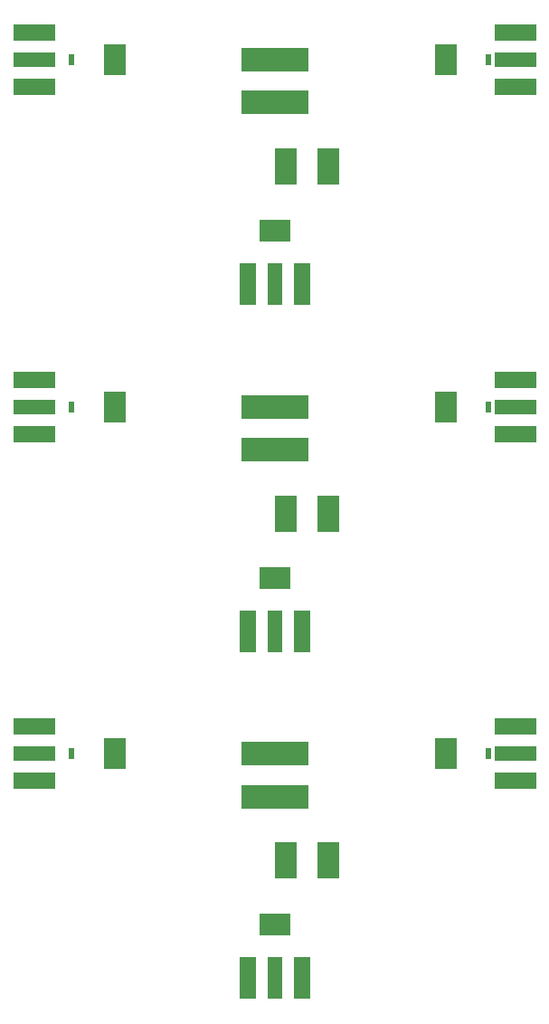
<source format=gbr>
G04 #@! TF.GenerationSoftware,KiCad,Pcbnew,(5.1.5)-3*
G04 #@! TF.CreationDate,2021-12-07T11:44:26+01:00*
G04 #@! TF.ProjectId,stitched capcoupler,73746974-6368-4656-9420-636170636f75,rev?*
G04 #@! TF.SameCoordinates,Original*
G04 #@! TF.FileFunction,Paste,Top*
G04 #@! TF.FilePolarity,Positive*
%FSLAX46Y46*%
G04 Gerber Fmt 4.6, Leading zero omitted, Abs format (unit mm)*
G04 Created by KiCad (PCBNEW (5.1.5)-3) date 2021-12-07 11:44:26*
%MOMM*%
%LPD*%
G04 APERTURE LIST*
%ADD10R,2.000000X2.900000*%
%ADD11R,0.500000X1.000000*%
%ADD12R,2.900000X2.000000*%
%ADD13R,1.000000X0.500000*%
%ADD14R,6.350000X2.200000*%
%ADD15R,1.500000X4.000000*%
%ADD16R,1.400000X4.000000*%
%ADD17R,4.000000X1.400000*%
%ADD18R,4.000000X1.500000*%
%ADD19R,2.000000X3.500000*%
G04 APERTURE END LIST*
D10*
X91000000Y20000000D03*
D11*
X95000000Y20000000D03*
D12*
X75000000Y4000000D03*
D13*
X75000000Y0D03*
D14*
X75000000Y16000000D03*
X75000000Y20000000D03*
D15*
X72460000Y-1000000D03*
X77540000Y-1000000D03*
D16*
X75000000Y-1000000D03*
D17*
X97500000Y20000000D03*
D18*
X97500000Y22540000D03*
X97500000Y17460000D03*
D19*
X80000000Y10000000D03*
X76000000Y10000000D03*
D18*
X52500000Y22540000D03*
X52500000Y17460000D03*
D17*
X52500000Y20000000D03*
D10*
X60000000Y20000000D03*
D11*
X56000000Y20000000D03*
D10*
X91000000Y-12500000D03*
D11*
X95000000Y-12500000D03*
D12*
X75000000Y-28500000D03*
D13*
X75000000Y-32500000D03*
D14*
X75000000Y-16500000D03*
X75000000Y-12500000D03*
D15*
X72460000Y-33500000D03*
X77540000Y-33500000D03*
D16*
X75000000Y-33500000D03*
D17*
X97500000Y-12500000D03*
D18*
X97500000Y-9960000D03*
X97500000Y-15040000D03*
D19*
X80000000Y-22500000D03*
X76000000Y-22500000D03*
D18*
X52500000Y-9960000D03*
X52500000Y-15040000D03*
D17*
X52500000Y-12500000D03*
D10*
X60000000Y-12500000D03*
D11*
X56000000Y-12500000D03*
D13*
X75000000Y-65000000D03*
D12*
X75000000Y-61000000D03*
D11*
X95000000Y-45000000D03*
D10*
X91000000Y-45000000D03*
D11*
X56000000Y-45000000D03*
D10*
X60000000Y-45000000D03*
D14*
X75000000Y-45000000D03*
X75000000Y-49000000D03*
D19*
X76000000Y-55000000D03*
X80000000Y-55000000D03*
D17*
X52500000Y-45000000D03*
D18*
X52500000Y-47540000D03*
X52500000Y-42460000D03*
X97500000Y-47540000D03*
X97500000Y-42460000D03*
D17*
X97500000Y-45000000D03*
D16*
X75000000Y-66000000D03*
D15*
X77540000Y-66000000D03*
X72460000Y-66000000D03*
M02*

</source>
